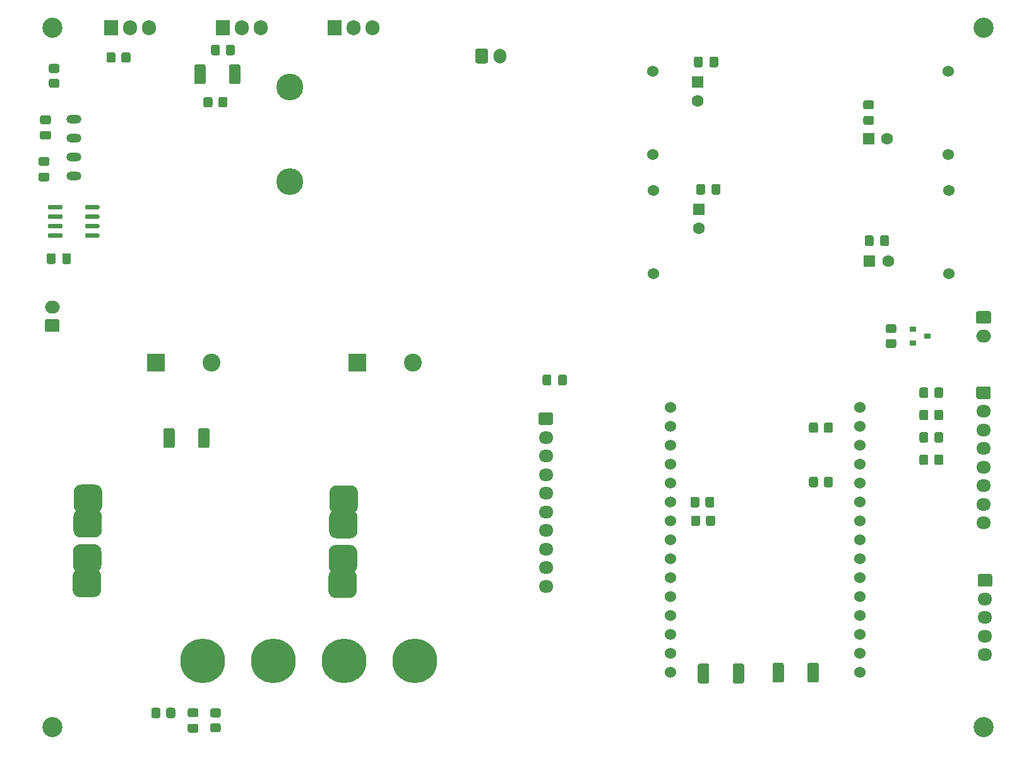
<source format=gbr>
%TF.GenerationSoftware,KiCad,Pcbnew,(5.1.10)-1*%
%TF.CreationDate,2022-09-19T20:48:06-07:00*%
%TF.ProjectId,MPPT_1KW_ESP32_ggmV3,4d505054-5f31-44b5-975f-45535033325f,rev?*%
%TF.SameCoordinates,Original*%
%TF.FileFunction,Soldermask,Bot*%
%TF.FilePolarity,Negative*%
%FSLAX46Y46*%
G04 Gerber Fmt 4.6, Leading zero omitted, Abs format (unit mm)*
G04 Created by KiCad (PCBNEW (5.1.10)-1) date 2022-09-19 20:48:06*
%MOMM*%
%LPD*%
G01*
G04 APERTURE LIST*
%ADD10O,2.000000X1.700000*%
%ADD11O,1.950000X1.700000*%
%ADD12C,1.524000*%
%ADD13C,1.600000*%
%ADD14R,1.600000X1.600000*%
%ADD15O,2.000000X1.200000*%
%ADD16C,6.000000*%
%ADD17C,2.400000*%
%ADD18R,2.400000X2.400000*%
%ADD19C,2.700000*%
%ADD20C,3.600000*%
%ADD21R,0.900000X0.800000*%
%ADD22O,1.700000X2.000000*%
%ADD23O,1.905000X2.000000*%
%ADD24R,1.905000X2.000000*%
G04 APERTURE END LIST*
D10*
%TO.C,J8*%
X93100000Y-110500000D03*
G36*
G01*
X93850000Y-113850000D02*
X92350000Y-113850000D01*
G75*
G02*
X92100000Y-113600000I0J250000D01*
G01*
X92100000Y-112400000D01*
G75*
G02*
X92350000Y-112150000I250000J0D01*
G01*
X93850000Y-112150000D01*
G75*
G02*
X94100000Y-112400000I0J-250000D01*
G01*
X94100000Y-113600000D01*
G75*
G02*
X93850000Y-113850000I-250000J0D01*
G01*
G37*
%TD*%
D11*
%TO.C,J6*%
X218200000Y-157200000D03*
X218200000Y-154700000D03*
X218200000Y-152200000D03*
X218200000Y-149700000D03*
G36*
G01*
X217475000Y-146350000D02*
X218925000Y-146350000D01*
G75*
G02*
X219175000Y-146600000I0J-250000D01*
G01*
X219175000Y-147800000D01*
G75*
G02*
X218925000Y-148050000I-250000J0D01*
G01*
X217475000Y-148050000D01*
G75*
G02*
X217225000Y-147800000I0J250000D01*
G01*
X217225000Y-146600000D01*
G75*
G02*
X217475000Y-146350000I250000J0D01*
G01*
G37*
%TD*%
D12*
%TO.C,U9*%
X173762000Y-106036000D03*
X173762000Y-94860000D03*
X213386000Y-106036000D03*
X213386000Y-94860000D03*
%TD*%
%TO.C,U6*%
X173662000Y-90036000D03*
X173662000Y-78860000D03*
X213286000Y-90036000D03*
X213286000Y-78860000D03*
%TD*%
%TO.C,C25*%
G36*
G01*
X204150000Y-102074725D02*
X204150000Y-101125275D01*
G75*
G02*
X204400275Y-100875000I250275J0D01*
G01*
X205074725Y-100875000D01*
G75*
G02*
X205325000Y-101125275I0J-250275D01*
G01*
X205325000Y-102074725D01*
G75*
G02*
X205074725Y-102325000I-250275J0D01*
G01*
X204400275Y-102325000D01*
G75*
G02*
X204150000Y-102074725I0J250275D01*
G01*
G37*
G36*
G01*
X202075000Y-102075000D02*
X202075000Y-101125000D01*
G75*
G02*
X202325000Y-100875000I250000J0D01*
G01*
X203000000Y-100875000D01*
G75*
G02*
X203250000Y-101125000I0J-250000D01*
G01*
X203250000Y-102075000D01*
G75*
G02*
X203000000Y-102325000I-250000J0D01*
G01*
X202325000Y-102325000D01*
G75*
G02*
X202075000Y-102075000I0J250000D01*
G01*
G37*
%TD*%
%TO.C,C24*%
G36*
G01*
X203074725Y-83950000D02*
X202125275Y-83950000D01*
G75*
G02*
X201875000Y-83699725I0J250275D01*
G01*
X201875000Y-83025275D01*
G75*
G02*
X202125275Y-82775000I250275J0D01*
G01*
X203074725Y-82775000D01*
G75*
G02*
X203325000Y-83025275I0J-250275D01*
G01*
X203325000Y-83699725D01*
G75*
G02*
X203074725Y-83950000I-250275J0D01*
G01*
G37*
G36*
G01*
X203074725Y-86025000D02*
X202125275Y-86025000D01*
G75*
G02*
X201875000Y-85774725I0J250275D01*
G01*
X201875000Y-85100275D01*
G75*
G02*
X202125275Y-84850000I250275J0D01*
G01*
X203074725Y-84850000D01*
G75*
G02*
X203325000Y-85100275I0J-250275D01*
G01*
X203325000Y-85774725D01*
G75*
G02*
X203074725Y-86025000I-250275J0D01*
G01*
G37*
%TD*%
%TO.C,C23*%
G36*
G01*
X181550000Y-95174725D02*
X181550000Y-94225275D01*
G75*
G02*
X181800275Y-93975000I250275J0D01*
G01*
X182474725Y-93975000D01*
G75*
G02*
X182725000Y-94225275I0J-250275D01*
G01*
X182725000Y-95174725D01*
G75*
G02*
X182474725Y-95425000I-250275J0D01*
G01*
X181800275Y-95425000D01*
G75*
G02*
X181550000Y-95174725I0J250275D01*
G01*
G37*
G36*
G01*
X179475000Y-95175000D02*
X179475000Y-94225000D01*
G75*
G02*
X179725000Y-93975000I250000J0D01*
G01*
X180400000Y-93975000D01*
G75*
G02*
X180650000Y-94225000I0J-250000D01*
G01*
X180650000Y-95175000D01*
G75*
G02*
X180400000Y-95425000I-250000J0D01*
G01*
X179725000Y-95425000D01*
G75*
G02*
X179475000Y-95175000I0J250000D01*
G01*
G37*
%TD*%
%TO.C,C22*%
G36*
G01*
X181250000Y-78074725D02*
X181250000Y-77125275D01*
G75*
G02*
X181500275Y-76875000I250275J0D01*
G01*
X182174725Y-76875000D01*
G75*
G02*
X182425000Y-77125275I0J-250275D01*
G01*
X182425000Y-78074725D01*
G75*
G02*
X182174725Y-78325000I-250275J0D01*
G01*
X181500275Y-78325000D01*
G75*
G02*
X181250000Y-78074725I0J250275D01*
G01*
G37*
G36*
G01*
X179175000Y-78075000D02*
X179175000Y-77125000D01*
G75*
G02*
X179425000Y-76875000I250000J0D01*
G01*
X180100000Y-76875000D01*
G75*
G02*
X180350000Y-77125000I0J-250000D01*
G01*
X180350000Y-78075000D01*
G75*
G02*
X180100000Y-78325000I-250000J0D01*
G01*
X179425000Y-78325000D01*
G75*
G02*
X179175000Y-78075000I0J250000D01*
G01*
G37*
%TD*%
D13*
%TO.C,C19*%
X205100000Y-87900000D03*
D14*
X202600000Y-87900000D03*
%TD*%
D13*
%TO.C,C21*%
X205200000Y-104300000D03*
D14*
X202700000Y-104300000D03*
%TD*%
D13*
%TO.C,C15*%
X179800000Y-99900000D03*
D14*
X179800000Y-97400000D03*
%TD*%
D13*
%TO.C,C14*%
X179700000Y-82800000D03*
D14*
X179700000Y-80300000D03*
%TD*%
%TO.C,F2*%
G36*
G01*
X131097500Y-145745000D02*
X133002500Y-145745000D01*
G75*
G02*
X133955000Y-146697500I0J-952500D01*
G01*
X133955000Y-148602500D01*
G75*
G02*
X133002500Y-149555000I-952500J0D01*
G01*
X131097500Y-149555000D01*
G75*
G02*
X130145000Y-148602500I0J952500D01*
G01*
X130145000Y-146697500D01*
G75*
G02*
X131097500Y-145745000I952500J0D01*
G01*
G37*
G36*
G01*
X131143500Y-142445000D02*
X133048500Y-142445000D01*
G75*
G02*
X134001000Y-143397500I0J-952500D01*
G01*
X134001000Y-145302500D01*
G75*
G02*
X133048500Y-146255000I-952500J0D01*
G01*
X131143500Y-146255000D01*
G75*
G02*
X130191000Y-145302500I0J952500D01*
G01*
X130191000Y-143397500D01*
G75*
G02*
X131143500Y-142445000I952500J0D01*
G01*
G37*
G36*
G01*
X131197500Y-137745000D02*
X133102500Y-137745000D01*
G75*
G02*
X134055000Y-138697500I0J-952500D01*
G01*
X134055000Y-140602500D01*
G75*
G02*
X133102500Y-141555000I-952500J0D01*
G01*
X131197500Y-141555000D01*
G75*
G02*
X130245000Y-140602500I0J952500D01*
G01*
X130245000Y-138697500D01*
G75*
G02*
X131197500Y-137745000I952500J0D01*
G01*
G37*
G36*
G01*
X131243500Y-134445000D02*
X133148500Y-134445000D01*
G75*
G02*
X134101000Y-135397500I0J-952500D01*
G01*
X134101000Y-137302500D01*
G75*
G02*
X133148500Y-138255000I-952500J0D01*
G01*
X131243500Y-138255000D01*
G75*
G02*
X130291000Y-137302500I0J952500D01*
G01*
X130291000Y-135397500D01*
G75*
G02*
X131243500Y-134445000I952500J0D01*
G01*
G37*
%TD*%
%TO.C,F1*%
G36*
G01*
X98852500Y-138155000D02*
X96947500Y-138155000D01*
G75*
G02*
X95995000Y-137202500I0J952500D01*
G01*
X95995000Y-135297500D01*
G75*
G02*
X96947500Y-134345000I952500J0D01*
G01*
X98852500Y-134345000D01*
G75*
G02*
X99805000Y-135297500I0J-952500D01*
G01*
X99805000Y-137202500D01*
G75*
G02*
X98852500Y-138155000I-952500J0D01*
G01*
G37*
G36*
G01*
X98806500Y-141455000D02*
X96901500Y-141455000D01*
G75*
G02*
X95949000Y-140502500I0J952500D01*
G01*
X95949000Y-138597500D01*
G75*
G02*
X96901500Y-137645000I952500J0D01*
G01*
X98806500Y-137645000D01*
G75*
G02*
X99759000Y-138597500I0J-952500D01*
G01*
X99759000Y-140502500D01*
G75*
G02*
X98806500Y-141455000I-952500J0D01*
G01*
G37*
G36*
G01*
X98752500Y-146155000D02*
X96847500Y-146155000D01*
G75*
G02*
X95895000Y-145202500I0J952500D01*
G01*
X95895000Y-143297500D01*
G75*
G02*
X96847500Y-142345000I952500J0D01*
G01*
X98752500Y-142345000D01*
G75*
G02*
X99705000Y-143297500I0J-952500D01*
G01*
X99705000Y-145202500D01*
G75*
G02*
X98752500Y-146155000I-952500J0D01*
G01*
G37*
G36*
G01*
X98706500Y-149455000D02*
X96801500Y-149455000D01*
G75*
G02*
X95849000Y-148502500I0J952500D01*
G01*
X95849000Y-146597500D01*
G75*
G02*
X96801500Y-145645000I952500J0D01*
G01*
X98706500Y-145645000D01*
G75*
G02*
X99659000Y-146597500I0J-952500D01*
G01*
X99659000Y-148502500D01*
G75*
G02*
X98706500Y-149455000I-952500J0D01*
G01*
G37*
%TD*%
D15*
%TO.C,U2*%
X96000000Y-85290000D03*
X96000000Y-87830000D03*
X96000000Y-90370000D03*
X96000000Y-92910000D03*
%TD*%
D16*
%TO.C,J1*%
X141750000Y-158000000D03*
X132250000Y-158000000D03*
X122750000Y-158000000D03*
X113250000Y-158000000D03*
%TD*%
%TO.C,D6*%
G36*
G01*
X191225000Y-158524999D02*
X191225000Y-160675001D01*
G75*
G02*
X190975001Y-160925000I-249999J0D01*
G01*
X189949999Y-160925000D01*
G75*
G02*
X189700000Y-160675001I0J249999D01*
G01*
X189700000Y-158524999D01*
G75*
G02*
X189949999Y-158275000I249999J0D01*
G01*
X190975001Y-158275000D01*
G75*
G02*
X191225000Y-158524999I0J-249999D01*
G01*
G37*
G36*
G01*
X195900000Y-158524999D02*
X195900000Y-160675001D01*
G75*
G02*
X195650001Y-160925000I-249999J0D01*
G01*
X194624999Y-160925000D01*
G75*
G02*
X194375000Y-160675001I0J249999D01*
G01*
X194375000Y-158524999D01*
G75*
G02*
X194624999Y-158275000I249999J0D01*
G01*
X195650001Y-158275000D01*
G75*
G02*
X195900000Y-158524999I0J-249999D01*
G01*
G37*
%TD*%
%TO.C,D5*%
G36*
G01*
X184375000Y-160775001D02*
X184375000Y-158624999D01*
G75*
G02*
X184624999Y-158375000I249999J0D01*
G01*
X185650001Y-158375000D01*
G75*
G02*
X185900000Y-158624999I0J-249999D01*
G01*
X185900000Y-160775001D01*
G75*
G02*
X185650001Y-161025000I-249999J0D01*
G01*
X184624999Y-161025000D01*
G75*
G02*
X184375000Y-160775001I0J249999D01*
G01*
G37*
G36*
G01*
X179700000Y-160775001D02*
X179700000Y-158624999D01*
G75*
G02*
X179949999Y-158375000I249999J0D01*
G01*
X180975001Y-158375000D01*
G75*
G02*
X181225000Y-158624999I0J-249999D01*
G01*
X181225000Y-160775001D01*
G75*
G02*
X180975001Y-161025000I-249999J0D01*
G01*
X179949999Y-161025000D01*
G75*
G02*
X179700000Y-160775001I0J249999D01*
G01*
G37*
%TD*%
%TO.C,C2*%
G36*
G01*
X94450000Y-104475000D02*
X94450000Y-103525000D01*
G75*
G02*
X94700000Y-103275000I250000J0D01*
G01*
X95375000Y-103275000D01*
G75*
G02*
X95625000Y-103525000I0J-250000D01*
G01*
X95625000Y-104475000D01*
G75*
G02*
X95375000Y-104725000I-250000J0D01*
G01*
X94700000Y-104725000D01*
G75*
G02*
X94450000Y-104475000I0J250000D01*
G01*
G37*
G36*
G01*
X92375000Y-104475000D02*
X92375000Y-103525000D01*
G75*
G02*
X92625000Y-103275000I250000J0D01*
G01*
X93300000Y-103275000D01*
G75*
G02*
X93550000Y-103525000I0J-250000D01*
G01*
X93550000Y-104475000D01*
G75*
G02*
X93300000Y-104725000I-250000J0D01*
G01*
X92625000Y-104725000D01*
G75*
G02*
X92375000Y-104475000I0J250000D01*
G01*
G37*
%TD*%
D17*
%TO.C,C8*%
X141500000Y-118000000D03*
D18*
X134000000Y-118000000D03*
%TD*%
D17*
%TO.C,C7*%
X114500000Y-118000000D03*
D18*
X107000000Y-118000000D03*
%TD*%
D19*
%TO.C,H4*%
X218000000Y-73000000D03*
%TD*%
%TO.C,H3*%
X93100000Y-73000000D03*
%TD*%
%TO.C,H2*%
X93100000Y-166900000D03*
%TD*%
%TO.C,H1*%
X218000000Y-166900000D03*
%TD*%
D20*
%TO.C,L1*%
X125000000Y-93700000D03*
X125000000Y-81000000D03*
%TD*%
D11*
%TO.C,J5*%
X159300000Y-148000000D03*
X159300000Y-145500000D03*
X159300000Y-143000000D03*
X159300000Y-140500000D03*
X159300000Y-138000000D03*
X159300000Y-135500000D03*
X159300000Y-133000000D03*
X159300000Y-130500000D03*
X159300000Y-128000000D03*
G36*
G01*
X158575000Y-124650000D02*
X160025000Y-124650000D01*
G75*
G02*
X160275000Y-124900000I0J-250000D01*
G01*
X160275000Y-126100000D01*
G75*
G02*
X160025000Y-126350000I-250000J0D01*
G01*
X158575000Y-126350000D01*
G75*
G02*
X158325000Y-126100000I0J250000D01*
G01*
X158325000Y-124900000D01*
G75*
G02*
X158575000Y-124650000I250000J0D01*
G01*
G37*
%TD*%
%TO.C,D8*%
G36*
G01*
X109525000Y-127025100D02*
X109525000Y-129174900D01*
G75*
G02*
X109274900Y-129425000I-250100J0D01*
G01*
X108250100Y-129425000D01*
G75*
G02*
X108000000Y-129174900I0J250100D01*
G01*
X108000000Y-127025100D01*
G75*
G02*
X108250100Y-126775000I250100J0D01*
G01*
X109274900Y-126775000D01*
G75*
G02*
X109525000Y-127025100I0J-250100D01*
G01*
G37*
G36*
G01*
X114200000Y-127024999D02*
X114200000Y-129175001D01*
G75*
G02*
X113950001Y-129425000I-249999J0D01*
G01*
X112924999Y-129425000D01*
G75*
G02*
X112675000Y-129175001I0J249999D01*
G01*
X112675000Y-127024999D01*
G75*
G02*
X112924999Y-126775000I249999J0D01*
G01*
X113950001Y-126775000D01*
G75*
G02*
X114200000Y-127024999I0J-249999D01*
G01*
G37*
%TD*%
%TO.C,D1*%
G36*
G01*
X113675000Y-78174999D02*
X113675000Y-80325001D01*
G75*
G02*
X113425001Y-80575000I-249999J0D01*
G01*
X112399999Y-80575000D01*
G75*
G02*
X112150000Y-80325001I0J249999D01*
G01*
X112150000Y-78174999D01*
G75*
G02*
X112399999Y-77925000I249999J0D01*
G01*
X113425001Y-77925000D01*
G75*
G02*
X113675000Y-78174999I0J-249999D01*
G01*
G37*
G36*
G01*
X118350000Y-78174999D02*
X118350000Y-80325001D01*
G75*
G02*
X118100001Y-80575000I-249999J0D01*
G01*
X117074999Y-80575000D01*
G75*
G02*
X116825000Y-80325001I0J249999D01*
G01*
X116825000Y-78174999D01*
G75*
G02*
X117074999Y-77925000I249999J0D01*
G01*
X118100001Y-77925000D01*
G75*
G02*
X118350000Y-78174999I0J-249999D01*
G01*
G37*
%TD*%
D12*
%TO.C,U8*%
X201400000Y-124000000D03*
X201400000Y-126540000D03*
X201400000Y-129080000D03*
X201400000Y-131620000D03*
X201400000Y-134160000D03*
X201400000Y-136700000D03*
X201400000Y-139240000D03*
X201400000Y-141780000D03*
X201400000Y-144320000D03*
X201400000Y-146860000D03*
X201400000Y-149400000D03*
X201400000Y-151940000D03*
X201400000Y-154480000D03*
X201400000Y-157020000D03*
X201400000Y-159560000D03*
X176000000Y-124000000D03*
X176000000Y-159560000D03*
X176000000Y-157020000D03*
X176000000Y-154480000D03*
X176000000Y-151940000D03*
X176000000Y-149400000D03*
X176000000Y-146860000D03*
X176000000Y-144320000D03*
X176000000Y-141780000D03*
X176000000Y-139240000D03*
X176000000Y-136700000D03*
X176000000Y-134160000D03*
X176000000Y-131620000D03*
X176000000Y-129080000D03*
X176000000Y-126540000D03*
%TD*%
%TO.C,R30*%
G36*
G01*
X196600000Y-134450001D02*
X196600000Y-133549999D01*
G75*
G02*
X196849999Y-133300000I249999J0D01*
G01*
X197550001Y-133300000D01*
G75*
G02*
X197800000Y-133549999I0J-249999D01*
G01*
X197800000Y-134450001D01*
G75*
G02*
X197550001Y-134700000I-249999J0D01*
G01*
X196849999Y-134700000D01*
G75*
G02*
X196600000Y-134450001I0J249999D01*
G01*
G37*
G36*
G01*
X194600000Y-134450001D02*
X194600000Y-133549999D01*
G75*
G02*
X194849999Y-133300000I249999J0D01*
G01*
X195550001Y-133300000D01*
G75*
G02*
X195800000Y-133549999I0J-249999D01*
G01*
X195800000Y-134450001D01*
G75*
G02*
X195550001Y-134700000I-249999J0D01*
G01*
X194849999Y-134700000D01*
G75*
G02*
X194600000Y-134450001I0J249999D01*
G01*
G37*
%TD*%
%TO.C,R29*%
G36*
G01*
X196600000Y-127150001D02*
X196600000Y-126249999D01*
G75*
G02*
X196849999Y-126000000I249999J0D01*
G01*
X197550001Y-126000000D01*
G75*
G02*
X197800000Y-126249999I0J-249999D01*
G01*
X197800000Y-127150001D01*
G75*
G02*
X197550001Y-127400000I-249999J0D01*
G01*
X196849999Y-127400000D01*
G75*
G02*
X196600000Y-127150001I0J249999D01*
G01*
G37*
G36*
G01*
X194600000Y-127150001D02*
X194600000Y-126249999D01*
G75*
G02*
X194849999Y-126000000I249999J0D01*
G01*
X195550001Y-126000000D01*
G75*
G02*
X195800000Y-126249999I0J-249999D01*
G01*
X195800000Y-127150001D01*
G75*
G02*
X195550001Y-127400000I-249999J0D01*
G01*
X194849999Y-127400000D01*
G75*
G02*
X194600000Y-127150001I0J249999D01*
G01*
G37*
%TD*%
%TO.C,R28*%
G36*
G01*
X211400000Y-131450001D02*
X211400000Y-130549999D01*
G75*
G02*
X211649999Y-130300000I249999J0D01*
G01*
X212350001Y-130300000D01*
G75*
G02*
X212600000Y-130549999I0J-249999D01*
G01*
X212600000Y-131450001D01*
G75*
G02*
X212350001Y-131700000I-249999J0D01*
G01*
X211649999Y-131700000D01*
G75*
G02*
X211400000Y-131450001I0J249999D01*
G01*
G37*
G36*
G01*
X209400000Y-131450001D02*
X209400000Y-130549999D01*
G75*
G02*
X209649999Y-130300000I249999J0D01*
G01*
X210350001Y-130300000D01*
G75*
G02*
X210600000Y-130549999I0J-249999D01*
G01*
X210600000Y-131450001D01*
G75*
G02*
X210350001Y-131700000I-249999J0D01*
G01*
X209649999Y-131700000D01*
G75*
G02*
X209400000Y-131450001I0J249999D01*
G01*
G37*
%TD*%
%TO.C,R27*%
G36*
G01*
X211400000Y-128450001D02*
X211400000Y-127549999D01*
G75*
G02*
X211649999Y-127300000I249999J0D01*
G01*
X212350001Y-127300000D01*
G75*
G02*
X212600000Y-127549999I0J-249999D01*
G01*
X212600000Y-128450001D01*
G75*
G02*
X212350001Y-128700000I-249999J0D01*
G01*
X211649999Y-128700000D01*
G75*
G02*
X211400000Y-128450001I0J249999D01*
G01*
G37*
G36*
G01*
X209400000Y-128450001D02*
X209400000Y-127549999D01*
G75*
G02*
X209649999Y-127300000I249999J0D01*
G01*
X210350001Y-127300000D01*
G75*
G02*
X210600000Y-127549999I0J-249999D01*
G01*
X210600000Y-128450001D01*
G75*
G02*
X210350001Y-128700000I-249999J0D01*
G01*
X209649999Y-128700000D01*
G75*
G02*
X209400000Y-128450001I0J249999D01*
G01*
G37*
%TD*%
%TO.C,R26*%
G36*
G01*
X211400000Y-125450001D02*
X211400000Y-124549999D01*
G75*
G02*
X211649999Y-124300000I249999J0D01*
G01*
X212350001Y-124300000D01*
G75*
G02*
X212600000Y-124549999I0J-249999D01*
G01*
X212600000Y-125450001D01*
G75*
G02*
X212350001Y-125700000I-249999J0D01*
G01*
X211649999Y-125700000D01*
G75*
G02*
X211400000Y-125450001I0J249999D01*
G01*
G37*
G36*
G01*
X209400000Y-125450001D02*
X209400000Y-124549999D01*
G75*
G02*
X209649999Y-124300000I249999J0D01*
G01*
X210350001Y-124300000D01*
G75*
G02*
X210600000Y-124549999I0J-249999D01*
G01*
X210600000Y-125450001D01*
G75*
G02*
X210350001Y-125700000I-249999J0D01*
G01*
X209649999Y-125700000D01*
G75*
G02*
X209400000Y-125450001I0J249999D01*
G01*
G37*
%TD*%
%TO.C,R25*%
G36*
G01*
X211400000Y-122450001D02*
X211400000Y-121549999D01*
G75*
G02*
X211649999Y-121300000I249999J0D01*
G01*
X212350001Y-121300000D01*
G75*
G02*
X212600000Y-121549999I0J-249999D01*
G01*
X212600000Y-122450001D01*
G75*
G02*
X212350001Y-122700000I-249999J0D01*
G01*
X211649999Y-122700000D01*
G75*
G02*
X211400000Y-122450001I0J249999D01*
G01*
G37*
G36*
G01*
X209400000Y-122450001D02*
X209400000Y-121549999D01*
G75*
G02*
X209649999Y-121300000I249999J0D01*
G01*
X210350001Y-121300000D01*
G75*
G02*
X210600000Y-121549999I0J-249999D01*
G01*
X210600000Y-122450001D01*
G75*
G02*
X210350001Y-122700000I-249999J0D01*
G01*
X209649999Y-122700000D01*
G75*
G02*
X209400000Y-122450001I0J249999D01*
G01*
G37*
%TD*%
%TO.C,R14*%
G36*
G01*
X206050001Y-114000000D02*
X205149999Y-114000000D01*
G75*
G02*
X204900000Y-113750001I0J249999D01*
G01*
X204900000Y-113049999D01*
G75*
G02*
X205149999Y-112800000I249999J0D01*
G01*
X206050001Y-112800000D01*
G75*
G02*
X206300000Y-113049999I0J-249999D01*
G01*
X206300000Y-113750001D01*
G75*
G02*
X206050001Y-114000000I-249999J0D01*
G01*
G37*
G36*
G01*
X206050001Y-116000000D02*
X205149999Y-116000000D01*
G75*
G02*
X204900000Y-115750001I0J249999D01*
G01*
X204900000Y-115049999D01*
G75*
G02*
X205149999Y-114800000I249999J0D01*
G01*
X206050001Y-114800000D01*
G75*
G02*
X206300000Y-115049999I0J-249999D01*
G01*
X206300000Y-115750001D01*
G75*
G02*
X206050001Y-116000000I-249999J0D01*
G01*
G37*
%TD*%
D21*
%TO.C,Q5*%
X210500000Y-114400000D03*
X208500000Y-113450000D03*
X208500000Y-115350000D03*
%TD*%
D10*
%TO.C,J4*%
X218000000Y-114400000D03*
G36*
G01*
X217250000Y-111050000D02*
X218750000Y-111050000D01*
G75*
G02*
X219000000Y-111300000I0J-250000D01*
G01*
X219000000Y-112500000D01*
G75*
G02*
X218750000Y-112750000I-250000J0D01*
G01*
X217250000Y-112750000D01*
G75*
G02*
X217000000Y-112500000I0J250000D01*
G01*
X217000000Y-111300000D01*
G75*
G02*
X217250000Y-111050000I250000J0D01*
G01*
G37*
%TD*%
D22*
%TO.C,J3*%
X153200000Y-76800000D03*
G36*
G01*
X149850000Y-77550000D02*
X149850000Y-76050000D01*
G75*
G02*
X150100000Y-75800000I250000J0D01*
G01*
X151300000Y-75800000D01*
G75*
G02*
X151550000Y-76050000I0J-250000D01*
G01*
X151550000Y-77550000D01*
G75*
G02*
X151300000Y-77800000I-250000J0D01*
G01*
X150100000Y-77800000D01*
G75*
G02*
X149850000Y-77550000I0J250000D01*
G01*
G37*
%TD*%
D11*
%TO.C,J2*%
X218000000Y-139500000D03*
X218000000Y-137000000D03*
X218000000Y-134500000D03*
X218000000Y-132000000D03*
X218000000Y-129500000D03*
X218000000Y-127000000D03*
X218000000Y-124500000D03*
G36*
G01*
X217275000Y-121150000D02*
X218725000Y-121150000D01*
G75*
G02*
X218975000Y-121400000I0J-250000D01*
G01*
X218975000Y-122600000D01*
G75*
G02*
X218725000Y-122850000I-250000J0D01*
G01*
X217275000Y-122850000D01*
G75*
G02*
X217025000Y-122600000I0J250000D01*
G01*
X217025000Y-121400000D01*
G75*
G02*
X217275000Y-121150000I250000J0D01*
G01*
G37*
%TD*%
%TO.C,U1*%
G36*
G01*
X94500000Y-96945000D02*
X94500000Y-97245000D01*
G75*
G02*
X94350000Y-97395000I-150000J0D01*
G01*
X92700000Y-97395000D01*
G75*
G02*
X92550000Y-97245000I0J150000D01*
G01*
X92550000Y-96945000D01*
G75*
G02*
X92700000Y-96795000I150000J0D01*
G01*
X94350000Y-96795000D01*
G75*
G02*
X94500000Y-96945000I0J-150000D01*
G01*
G37*
G36*
G01*
X94500000Y-98215000D02*
X94500000Y-98515000D01*
G75*
G02*
X94350000Y-98665000I-150000J0D01*
G01*
X92700000Y-98665000D01*
G75*
G02*
X92550000Y-98515000I0J150000D01*
G01*
X92550000Y-98215000D01*
G75*
G02*
X92700000Y-98065000I150000J0D01*
G01*
X94350000Y-98065000D01*
G75*
G02*
X94500000Y-98215000I0J-150000D01*
G01*
G37*
G36*
G01*
X94500000Y-99485000D02*
X94500000Y-99785000D01*
G75*
G02*
X94350000Y-99935000I-150000J0D01*
G01*
X92700000Y-99935000D01*
G75*
G02*
X92550000Y-99785000I0J150000D01*
G01*
X92550000Y-99485000D01*
G75*
G02*
X92700000Y-99335000I150000J0D01*
G01*
X94350000Y-99335000D01*
G75*
G02*
X94500000Y-99485000I0J-150000D01*
G01*
G37*
G36*
G01*
X94500000Y-100755000D02*
X94500000Y-101055000D01*
G75*
G02*
X94350000Y-101205000I-150000J0D01*
G01*
X92700000Y-101205000D01*
G75*
G02*
X92550000Y-101055000I0J150000D01*
G01*
X92550000Y-100755000D01*
G75*
G02*
X92700000Y-100605000I150000J0D01*
G01*
X94350000Y-100605000D01*
G75*
G02*
X94500000Y-100755000I0J-150000D01*
G01*
G37*
G36*
G01*
X99450000Y-100755000D02*
X99450000Y-101055000D01*
G75*
G02*
X99300000Y-101205000I-150000J0D01*
G01*
X97650000Y-101205000D01*
G75*
G02*
X97500000Y-101055000I0J150000D01*
G01*
X97500000Y-100755000D01*
G75*
G02*
X97650000Y-100605000I150000J0D01*
G01*
X99300000Y-100605000D01*
G75*
G02*
X99450000Y-100755000I0J-150000D01*
G01*
G37*
G36*
G01*
X99450000Y-99485000D02*
X99450000Y-99785000D01*
G75*
G02*
X99300000Y-99935000I-150000J0D01*
G01*
X97650000Y-99935000D01*
G75*
G02*
X97500000Y-99785000I0J150000D01*
G01*
X97500000Y-99485000D01*
G75*
G02*
X97650000Y-99335000I150000J0D01*
G01*
X99300000Y-99335000D01*
G75*
G02*
X99450000Y-99485000I0J-150000D01*
G01*
G37*
G36*
G01*
X99450000Y-98215000D02*
X99450000Y-98515000D01*
G75*
G02*
X99300000Y-98665000I-150000J0D01*
G01*
X97650000Y-98665000D01*
G75*
G02*
X97500000Y-98515000I0J150000D01*
G01*
X97500000Y-98215000D01*
G75*
G02*
X97650000Y-98065000I150000J0D01*
G01*
X99300000Y-98065000D01*
G75*
G02*
X99450000Y-98215000I0J-150000D01*
G01*
G37*
G36*
G01*
X99450000Y-96945000D02*
X99450000Y-97245000D01*
G75*
G02*
X99300000Y-97395000I-150000J0D01*
G01*
X97650000Y-97395000D01*
G75*
G02*
X97500000Y-97245000I0J150000D01*
G01*
X97500000Y-96945000D01*
G75*
G02*
X97650000Y-96795000I150000J0D01*
G01*
X99300000Y-96795000D01*
G75*
G02*
X99450000Y-96945000I0J-150000D01*
G01*
G37*
%TD*%
%TO.C,R37*%
G36*
G01*
X102400000Y-77450001D02*
X102400000Y-76549999D01*
G75*
G02*
X102649999Y-76300000I249999J0D01*
G01*
X103350001Y-76300000D01*
G75*
G02*
X103600000Y-76549999I0J-249999D01*
G01*
X103600000Y-77450001D01*
G75*
G02*
X103350001Y-77700000I-249999J0D01*
G01*
X102649999Y-77700000D01*
G75*
G02*
X102400000Y-77450001I0J249999D01*
G01*
G37*
G36*
G01*
X100400000Y-77450001D02*
X100400000Y-76549999D01*
G75*
G02*
X100649999Y-76300000I249999J0D01*
G01*
X101350001Y-76300000D01*
G75*
G02*
X101600000Y-76549999I0J-249999D01*
G01*
X101600000Y-77450001D01*
G75*
G02*
X101350001Y-77700000I-249999J0D01*
G01*
X100649999Y-77700000D01*
G75*
G02*
X100400000Y-77450001I0J249999D01*
G01*
G37*
%TD*%
%TO.C,R20*%
G36*
G01*
X180700000Y-137150001D02*
X180700000Y-136249999D01*
G75*
G02*
X180949999Y-136000000I249999J0D01*
G01*
X181650001Y-136000000D01*
G75*
G02*
X181900000Y-136249999I0J-249999D01*
G01*
X181900000Y-137150001D01*
G75*
G02*
X181650001Y-137400000I-249999J0D01*
G01*
X180949999Y-137400000D01*
G75*
G02*
X180700000Y-137150001I0J249999D01*
G01*
G37*
G36*
G01*
X178700000Y-137150001D02*
X178700000Y-136249999D01*
G75*
G02*
X178949999Y-136000000I249999J0D01*
G01*
X179650001Y-136000000D01*
G75*
G02*
X179900000Y-136249999I0J-249999D01*
G01*
X179900000Y-137150001D01*
G75*
G02*
X179650001Y-137400000I-249999J0D01*
G01*
X178949999Y-137400000D01*
G75*
G02*
X178700000Y-137150001I0J249999D01*
G01*
G37*
%TD*%
%TO.C,R13*%
G36*
G01*
X180800000Y-139650001D02*
X180800000Y-138749999D01*
G75*
G02*
X181049999Y-138500000I249999J0D01*
G01*
X181750001Y-138500000D01*
G75*
G02*
X182000000Y-138749999I0J-249999D01*
G01*
X182000000Y-139650001D01*
G75*
G02*
X181750001Y-139900000I-249999J0D01*
G01*
X181049999Y-139900000D01*
G75*
G02*
X180800000Y-139650001I0J249999D01*
G01*
G37*
G36*
G01*
X178800000Y-139650001D02*
X178800000Y-138749999D01*
G75*
G02*
X179049999Y-138500000I249999J0D01*
G01*
X179750001Y-138500000D01*
G75*
G02*
X180000000Y-138749999I0J-249999D01*
G01*
X180000000Y-139650001D01*
G75*
G02*
X179750001Y-139900000I-249999J0D01*
G01*
X179049999Y-139900000D01*
G75*
G02*
X178800000Y-139650001I0J249999D01*
G01*
G37*
%TD*%
%TO.C,R9*%
G36*
G01*
X115400000Y-83450001D02*
X115400000Y-82549999D01*
G75*
G02*
X115649999Y-82300000I249999J0D01*
G01*
X116350001Y-82300000D01*
G75*
G02*
X116600000Y-82549999I0J-249999D01*
G01*
X116600000Y-83450001D01*
G75*
G02*
X116350001Y-83700000I-249999J0D01*
G01*
X115649999Y-83700000D01*
G75*
G02*
X115400000Y-83450001I0J249999D01*
G01*
G37*
G36*
G01*
X113400000Y-83450001D02*
X113400000Y-82549999D01*
G75*
G02*
X113649999Y-82300000I249999J0D01*
G01*
X114350001Y-82300000D01*
G75*
G02*
X114600000Y-82549999I0J-249999D01*
G01*
X114600000Y-83450001D01*
G75*
G02*
X114350001Y-83700000I-249999J0D01*
G01*
X113649999Y-83700000D01*
G75*
G02*
X113400000Y-83450001I0J249999D01*
G01*
G37*
%TD*%
%TO.C,R8*%
G36*
G01*
X116400000Y-76450001D02*
X116400000Y-75549999D01*
G75*
G02*
X116649999Y-75300000I249999J0D01*
G01*
X117350001Y-75300000D01*
G75*
G02*
X117600000Y-75549999I0J-249999D01*
G01*
X117600000Y-76450001D01*
G75*
G02*
X117350001Y-76700000I-249999J0D01*
G01*
X116649999Y-76700000D01*
G75*
G02*
X116400000Y-76450001I0J249999D01*
G01*
G37*
G36*
G01*
X114400000Y-76450001D02*
X114400000Y-75549999D01*
G75*
G02*
X114649999Y-75300000I249999J0D01*
G01*
X115350001Y-75300000D01*
G75*
G02*
X115600000Y-75549999I0J-249999D01*
G01*
X115600000Y-76450001D01*
G75*
G02*
X115350001Y-76700000I-249999J0D01*
G01*
X114649999Y-76700000D01*
G75*
G02*
X114400000Y-76450001I0J249999D01*
G01*
G37*
%TD*%
%TO.C,R6*%
G36*
G01*
X93810001Y-79060000D02*
X92909999Y-79060000D01*
G75*
G02*
X92660000Y-78810001I0J249999D01*
G01*
X92660000Y-78109999D01*
G75*
G02*
X92909999Y-77860000I249999J0D01*
G01*
X93810001Y-77860000D01*
G75*
G02*
X94060000Y-78109999I0J-249999D01*
G01*
X94060000Y-78810001D01*
G75*
G02*
X93810001Y-79060000I-249999J0D01*
G01*
G37*
G36*
G01*
X93810001Y-81060000D02*
X92909999Y-81060000D01*
G75*
G02*
X92660000Y-80810001I0J249999D01*
G01*
X92660000Y-80109999D01*
G75*
G02*
X92909999Y-79860000I249999J0D01*
G01*
X93810001Y-79860000D01*
G75*
G02*
X94060000Y-80109999I0J-249999D01*
G01*
X94060000Y-80810001D01*
G75*
G02*
X93810001Y-81060000I-249999J0D01*
G01*
G37*
%TD*%
%TO.C,R2*%
G36*
G01*
X114549999Y-166400000D02*
X115450001Y-166400000D01*
G75*
G02*
X115700000Y-166649999I0J-249999D01*
G01*
X115700000Y-167350001D01*
G75*
G02*
X115450001Y-167600000I-249999J0D01*
G01*
X114549999Y-167600000D01*
G75*
G02*
X114300000Y-167350001I0J249999D01*
G01*
X114300000Y-166649999D01*
G75*
G02*
X114549999Y-166400000I249999J0D01*
G01*
G37*
G36*
G01*
X114549999Y-164400000D02*
X115450001Y-164400000D01*
G75*
G02*
X115700000Y-164649999I0J-249999D01*
G01*
X115700000Y-165350001D01*
G75*
G02*
X115450001Y-165600000I-249999J0D01*
G01*
X114549999Y-165600000D01*
G75*
G02*
X114300000Y-165350001I0J249999D01*
G01*
X114300000Y-164649999D01*
G75*
G02*
X114549999Y-164400000I249999J0D01*
G01*
G37*
%TD*%
%TO.C,R1*%
G36*
G01*
X108400000Y-165450001D02*
X108400000Y-164549999D01*
G75*
G02*
X108649999Y-164300000I249999J0D01*
G01*
X109350001Y-164300000D01*
G75*
G02*
X109600000Y-164549999I0J-249999D01*
G01*
X109600000Y-165450001D01*
G75*
G02*
X109350001Y-165700000I-249999J0D01*
G01*
X108649999Y-165700000D01*
G75*
G02*
X108400000Y-165450001I0J249999D01*
G01*
G37*
G36*
G01*
X106400000Y-165450001D02*
X106400000Y-164549999D01*
G75*
G02*
X106649999Y-164300000I249999J0D01*
G01*
X107350001Y-164300000D01*
G75*
G02*
X107600000Y-164549999I0J-249999D01*
G01*
X107600000Y-165450001D01*
G75*
G02*
X107350001Y-165700000I-249999J0D01*
G01*
X106649999Y-165700000D01*
G75*
G02*
X106400000Y-165450001I0J249999D01*
G01*
G37*
%TD*%
D23*
%TO.C,Q3*%
X136080000Y-73000000D03*
X133540000Y-73000000D03*
D24*
X131000000Y-73000000D03*
%TD*%
D23*
%TO.C,Q2*%
X121080000Y-73000000D03*
X118540000Y-73000000D03*
D24*
X116000000Y-73000000D03*
%TD*%
D23*
%TO.C,Q1*%
X106080000Y-73000000D03*
X103540000Y-73000000D03*
D24*
X101000000Y-73000000D03*
%TD*%
%TO.C,C20*%
G36*
G01*
X160950000Y-120775000D02*
X160950000Y-119825000D01*
G75*
G02*
X161200000Y-119575000I250000J0D01*
G01*
X161875000Y-119575000D01*
G75*
G02*
X162125000Y-119825000I0J-250000D01*
G01*
X162125000Y-120775000D01*
G75*
G02*
X161875000Y-121025000I-250000J0D01*
G01*
X161200000Y-121025000D01*
G75*
G02*
X160950000Y-120775000I0J250000D01*
G01*
G37*
G36*
G01*
X158875000Y-120775000D02*
X158875000Y-119825000D01*
G75*
G02*
X159125000Y-119575000I250000J0D01*
G01*
X159800000Y-119575000D01*
G75*
G02*
X160050000Y-119825000I0J-250000D01*
G01*
X160050000Y-120775000D01*
G75*
G02*
X159800000Y-121025000I-250000J0D01*
G01*
X159125000Y-121025000D01*
G75*
G02*
X158875000Y-120775000I0J250000D01*
G01*
G37*
%TD*%
%TO.C,C4*%
G36*
G01*
X92675000Y-85950000D02*
X91725000Y-85950000D01*
G75*
G02*
X91475000Y-85700000I0J250000D01*
G01*
X91475000Y-85025000D01*
G75*
G02*
X91725000Y-84775000I250000J0D01*
G01*
X92675000Y-84775000D01*
G75*
G02*
X92925000Y-85025000I0J-250000D01*
G01*
X92925000Y-85700000D01*
G75*
G02*
X92675000Y-85950000I-250000J0D01*
G01*
G37*
G36*
G01*
X92675000Y-88025000D02*
X91725000Y-88025000D01*
G75*
G02*
X91475000Y-87775000I0J250000D01*
G01*
X91475000Y-87100000D01*
G75*
G02*
X91725000Y-86850000I250000J0D01*
G01*
X92675000Y-86850000D01*
G75*
G02*
X92925000Y-87100000I0J-250000D01*
G01*
X92925000Y-87775000D01*
G75*
G02*
X92675000Y-88025000I-250000J0D01*
G01*
G37*
%TD*%
%TO.C,C3*%
G36*
G01*
X92475000Y-91550000D02*
X91525000Y-91550000D01*
G75*
G02*
X91275000Y-91300000I0J250000D01*
G01*
X91275000Y-90625000D01*
G75*
G02*
X91525000Y-90375000I250000J0D01*
G01*
X92475000Y-90375000D01*
G75*
G02*
X92725000Y-90625000I0J-250000D01*
G01*
X92725000Y-91300000D01*
G75*
G02*
X92475000Y-91550000I-250000J0D01*
G01*
G37*
G36*
G01*
X92475000Y-93625000D02*
X91525000Y-93625000D01*
G75*
G02*
X91275000Y-93375000I0J250000D01*
G01*
X91275000Y-92700000D01*
G75*
G02*
X91525000Y-92450000I250000J0D01*
G01*
X92475000Y-92450000D01*
G75*
G02*
X92725000Y-92700000I0J-250000D01*
G01*
X92725000Y-93375000D01*
G75*
G02*
X92475000Y-93625000I-250000J0D01*
G01*
G37*
%TD*%
%TO.C,C1*%
G36*
G01*
X111525000Y-166450000D02*
X112475000Y-166450000D01*
G75*
G02*
X112725000Y-166700000I0J-250000D01*
G01*
X112725000Y-167375000D01*
G75*
G02*
X112475000Y-167625000I-250000J0D01*
G01*
X111525000Y-167625000D01*
G75*
G02*
X111275000Y-167375000I0J250000D01*
G01*
X111275000Y-166700000D01*
G75*
G02*
X111525000Y-166450000I250000J0D01*
G01*
G37*
G36*
G01*
X111525000Y-164375000D02*
X112475000Y-164375000D01*
G75*
G02*
X112725000Y-164625000I0J-250000D01*
G01*
X112725000Y-165300000D01*
G75*
G02*
X112475000Y-165550000I-250000J0D01*
G01*
X111525000Y-165550000D01*
G75*
G02*
X111275000Y-165300000I0J250000D01*
G01*
X111275000Y-164625000D01*
G75*
G02*
X111525000Y-164375000I250000J0D01*
G01*
G37*
%TD*%
M02*

</source>
